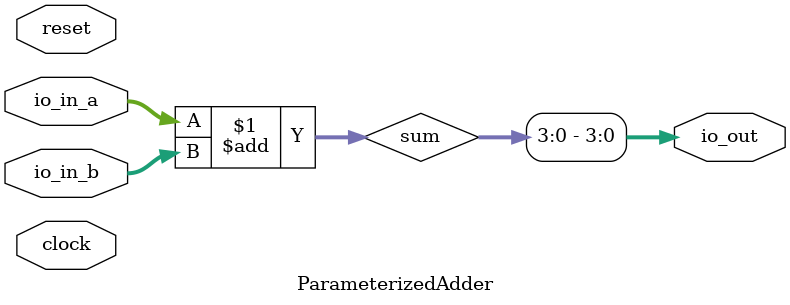
<source format=v>
module ParameterizedAdder(
  input        clock,
  input        reset,
  input  [3:0] io_in_a,
  input  [3:0] io_in_b,
  output [3:0] io_out
);
  wire [4:0] sum; // @[ParameterizedAdder.scala 13:21]
  assign sum = io_in_a + io_in_b; // @[ParameterizedAdder.scala 13:21]
  assign io_out = sum[3:0]; // @[ParameterizedAdder.scala 17:12]
endmodule

</source>
